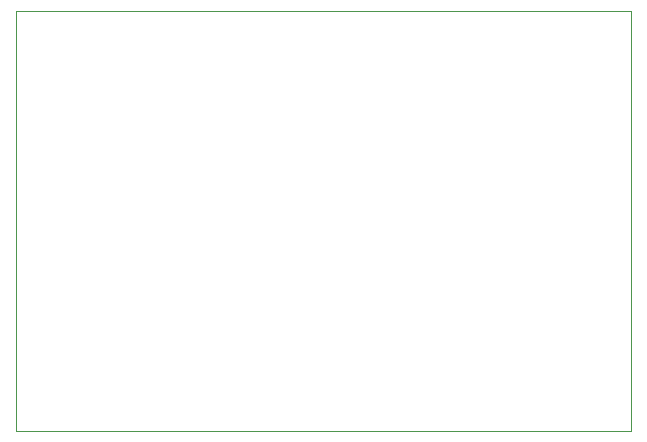
<source format=gbr>
G04 #@! TF.GenerationSoftware,KiCad,Pcbnew,(5.1.5)-3*
G04 #@! TF.CreationDate,2020-06-02T00:14:17+02:00*
G04 #@! TF.ProjectId,I2CMaster,4932434d-6173-4746-9572-2e6b69636164,rev?*
G04 #@! TF.SameCoordinates,Original*
G04 #@! TF.FileFunction,Profile,NP*
%FSLAX46Y46*%
G04 Gerber Fmt 4.6, Leading zero omitted, Abs format (unit mm)*
G04 Created by KiCad (PCBNEW (5.1.5)-3) date 2020-06-02 00:14:17*
%MOMM*%
%LPD*%
G04 APERTURE LIST*
%ADD10C,0.050000*%
%ADD11C,0.100000*%
G04 APERTURE END LIST*
D10*
X368300000Y-231140000D02*
X368300000Y-266700000D01*
X316230000Y-231140000D02*
X368300000Y-231140000D01*
X316230000Y-266700000D02*
X316230000Y-231140000D01*
D11*
X368300000Y-266700000D02*
X316230000Y-266700000D01*
M02*

</source>
